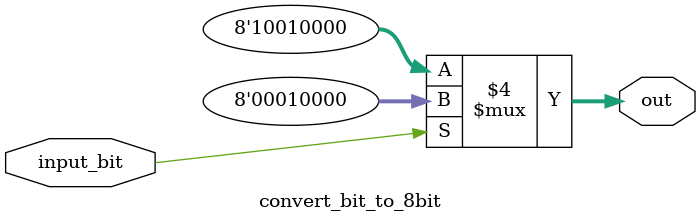
<source format=v>
/****************************************************

converts 1 to 1 represented by [0 0 0 1 0 0 0 0]
converts 0 to -1 represented by [1 0 0 1 0 0 0 0]

****************************************************/


module convert_bit_to_8bit(input_bit, out);
	input input_bit;
	output reg[7:0] out;
	always @(*) begin
	if (input_bit==1) begin
		out <= 8'b00010000;
	end
	else begin
		out <=8'b10010000;
	end
	end
endmodule
</source>
